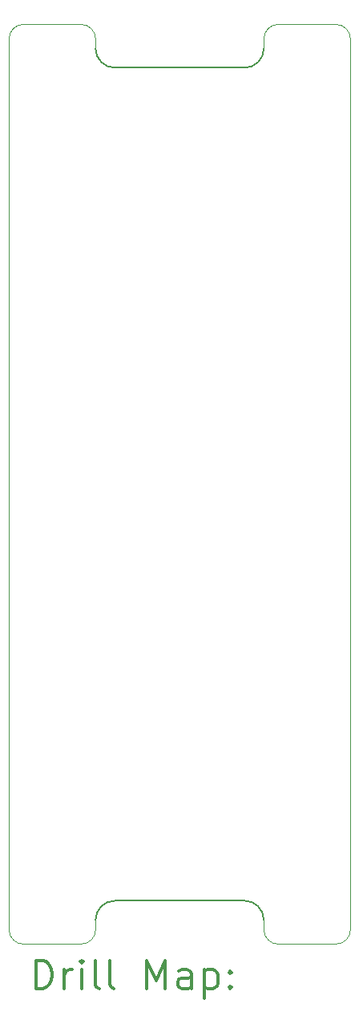
<source format=gbr>
%FSLAX45Y45*%
G04 Gerber Fmt 4.5, Leading zero omitted, Abs format (unit mm)*
G04 Created by KiCad (PCBNEW 5.1.10) date 2021-06-27 22:39:43*
%MOMM*%
%LPD*%
G01*
G04 APERTURE LIST*
%TA.AperFunction,Profile*%
%ADD10C,0.150000*%
%TD*%
%TA.AperFunction,Profile*%
%ADD11C,0.100000*%
%TD*%
%ADD12C,0.200000*%
%ADD13C,0.300000*%
G04 APERTURE END LIST*
D10*
X14630400Y-15341600D02*
G75*
G02*
X14833600Y-15544800I0J-203200D01*
G01*
X13055600Y-15544800D02*
G75*
G02*
X13258800Y-15341600I203200J0D01*
G01*
X14833600Y-6350000D02*
G75*
G02*
X14630400Y-6553200I-203200J0D01*
G01*
X13258800Y-6553200D02*
G75*
G02*
X13055600Y-6350000I0J203200D01*
G01*
D11*
X13055600Y-15646400D02*
X13055600Y-15544800D01*
X12293600Y-15798800D02*
G75*
G02*
X12141200Y-15646400I0J152400D01*
G01*
X12293600Y-15798800D02*
X12903200Y-15798800D01*
X13055600Y-15646400D02*
G75*
G02*
X12903200Y-15798800I-152400J0D01*
G01*
X14833600Y-15646400D02*
X14833600Y-15544800D01*
X14986000Y-15798800D02*
G75*
G02*
X14833600Y-15646400I0J152400D01*
G01*
X14986000Y-15798800D02*
X15595600Y-15798800D01*
X15748000Y-15646400D02*
G75*
G02*
X15595600Y-15798800I-152400J0D01*
G01*
X14833600Y-6248400D02*
X14833600Y-6350000D01*
X15595600Y-6096000D02*
G75*
G02*
X15748000Y-6248400I0J-152400D01*
G01*
X15595600Y-6096000D02*
X14986000Y-6096000D01*
X14833600Y-6248400D02*
G75*
G02*
X14986000Y-6096000I152400J0D01*
G01*
X13055600Y-6350000D02*
X13055600Y-6248400D01*
X12903200Y-6096000D02*
X12293600Y-6096000D01*
X12903200Y-6096000D02*
G75*
G02*
X13055600Y-6248400I0J-152400D01*
G01*
X12141200Y-6248400D02*
G75*
G02*
X12293600Y-6096000I152400J0D01*
G01*
D10*
X14630400Y-15341600D02*
X13258800Y-15341600D01*
X13258800Y-6553200D02*
X14630400Y-6553200D01*
D11*
X12141200Y-6248400D02*
X12141200Y-13462000D01*
X15748000Y-15646400D02*
X15748000Y-6248400D01*
X12141200Y-13462000D02*
X12141200Y-15646400D01*
D12*
D13*
X12422628Y-16269514D02*
X12422628Y-15969514D01*
X12494057Y-15969514D01*
X12536914Y-15983800D01*
X12565486Y-16012371D01*
X12579771Y-16040943D01*
X12594057Y-16098086D01*
X12594057Y-16140943D01*
X12579771Y-16198086D01*
X12565486Y-16226657D01*
X12536914Y-16255229D01*
X12494057Y-16269514D01*
X12422628Y-16269514D01*
X12722628Y-16269514D02*
X12722628Y-16069514D01*
X12722628Y-16126657D02*
X12736914Y-16098086D01*
X12751200Y-16083800D01*
X12779771Y-16069514D01*
X12808343Y-16069514D01*
X12908343Y-16269514D02*
X12908343Y-16069514D01*
X12908343Y-15969514D02*
X12894057Y-15983800D01*
X12908343Y-15998086D01*
X12922628Y-15983800D01*
X12908343Y-15969514D01*
X12908343Y-15998086D01*
X13094057Y-16269514D02*
X13065486Y-16255229D01*
X13051200Y-16226657D01*
X13051200Y-15969514D01*
X13251200Y-16269514D02*
X13222628Y-16255229D01*
X13208343Y-16226657D01*
X13208343Y-15969514D01*
X13594057Y-16269514D02*
X13594057Y-15969514D01*
X13694057Y-16183800D01*
X13794057Y-15969514D01*
X13794057Y-16269514D01*
X14065486Y-16269514D02*
X14065486Y-16112371D01*
X14051200Y-16083800D01*
X14022628Y-16069514D01*
X13965486Y-16069514D01*
X13936914Y-16083800D01*
X14065486Y-16255229D02*
X14036914Y-16269514D01*
X13965486Y-16269514D01*
X13936914Y-16255229D01*
X13922628Y-16226657D01*
X13922628Y-16198086D01*
X13936914Y-16169514D01*
X13965486Y-16155229D01*
X14036914Y-16155229D01*
X14065486Y-16140943D01*
X14208343Y-16069514D02*
X14208343Y-16369514D01*
X14208343Y-16083800D02*
X14236914Y-16069514D01*
X14294057Y-16069514D01*
X14322628Y-16083800D01*
X14336914Y-16098086D01*
X14351200Y-16126657D01*
X14351200Y-16212371D01*
X14336914Y-16240943D01*
X14322628Y-16255229D01*
X14294057Y-16269514D01*
X14236914Y-16269514D01*
X14208343Y-16255229D01*
X14479771Y-16240943D02*
X14494057Y-16255229D01*
X14479771Y-16269514D01*
X14465486Y-16255229D01*
X14479771Y-16240943D01*
X14479771Y-16269514D01*
X14479771Y-16083800D02*
X14494057Y-16098086D01*
X14479771Y-16112371D01*
X14465486Y-16098086D01*
X14479771Y-16083800D01*
X14479771Y-16112371D01*
M02*

</source>
